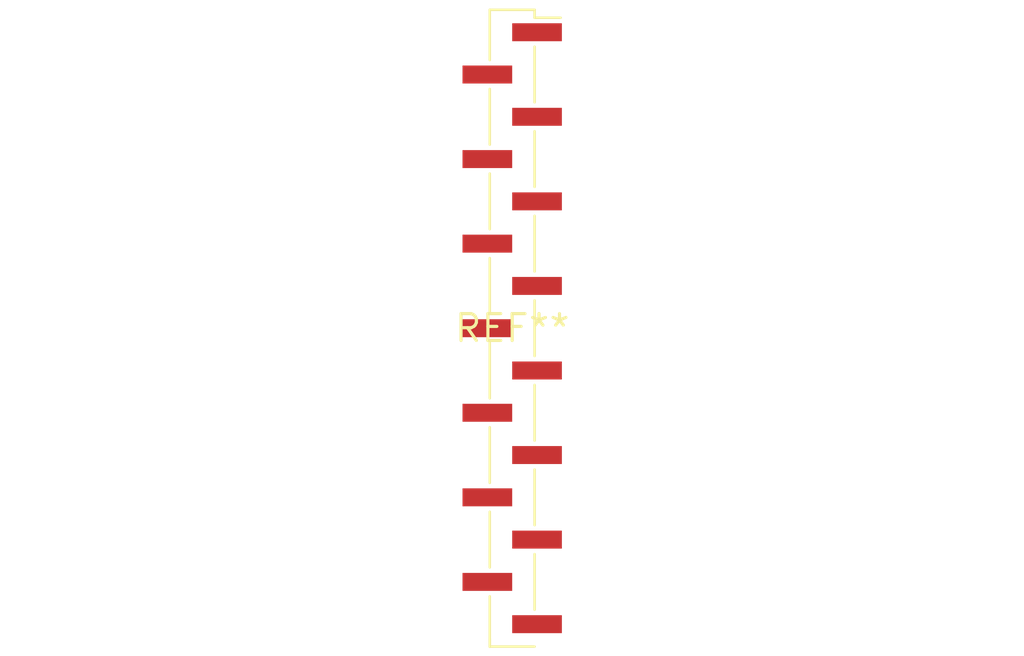
<source format=kicad_pcb>
(kicad_pcb (version 20240108) (generator pcbnew)
  (layers (0 "F.Cu" signal) (31 "B.Cu" signal) (34 "B.Paste" user) (35 "F.Paste" user) (36 "B.SilkS" user "B.Silkscreen") (37 "F.SilkS" user "F.Silkscreen") (38 "B.Mask" user) (39 "F.Mask" user) (44 "Edge.Cuts" user))
  (net 0 "")
  (footprint "PinHeader_1x15_P2.00mm_Vertical_SMD_Pin1Right" (layer "F.Cu") (at 0 0)
    (property "Reference" "REF**")
    (property "Value" "PinHeader_1x15_P2.00mm_Vertical_SMD_Pin1Right")
    (fp_line (start -1.06 -15.06) (end -1.06 -12.685) (layer "F.SilkS") (stroke (width 0.12)))
    (fp_line (start -1.06 -15.06) (end 1.06 -15.06) (layer "F.SilkS") (stroke (width 0.12)))
    (fp_line (start -1.06 -11.315) (end -1.06 -8.685) (layer "F.SilkS") (stroke (width 0.12)))
    (fp_line (start -1.06 -7.315) (end -1.06 -4.685) (layer "F.SilkS") (stroke (width 0.12)))
    (fp_line (start -1.06 -3.315) (end -1.06 -0.685) (layer "F.SilkS") (stroke (width 0.12)))
    (fp_line (start -1.06 0.685) (end -1.06 3.315) (layer "F.SilkS") (stroke (width 0.12)))
    (fp_line (start -1.06 4.685) (end -1.06 7.315) (layer "F.SilkS") (stroke (width 0.12)))
    (fp_line (start -1.06 8.685) (end -1.06 11.315) (layer "F.SilkS") (stroke (width 0.12)))
    (fp_line (start -1.06 12.685) (end -1.06 15.06) (layer "F.SilkS") (stroke (width 0.12)))
    (fp_line (start -1.06 14.685) (end -1.06 15.06) (layer "F.SilkS") (stroke (width 0.12)))
    (fp_line (start -1.06 15.06) (end 1.06 15.06) (layer "F.SilkS") (stroke (width 0.12)))
    (fp_line (start 1.06 -15.06) (end 1.06 -14.685) (layer "F.SilkS") (stroke (width 0.12)))
    (fp_line (start 1.06 -14.685) (end 2.29 -14.685) (layer "F.SilkS") (stroke (width 0.12)))
    (fp_line (start 1.06 -13.315) (end 1.06 -10.685) (layer "F.SilkS") (stroke (width 0.12)))
    (fp_line (start 1.06 -9.315) (end 1.06 -6.685) (layer "F.SilkS") (stroke (width 0.12)))
    (fp_line (start 1.06 -5.315) (end 1.06 -2.685) (layer "F.SilkS") (stroke (width 0.12)))
    (fp_line (start 1.06 -1.315) (end 1.06 1.315) (layer "F.SilkS") (stroke (width 0.12)))
    (fp_line (start 1.06 2.685) (end 1.06 5.315) (layer "F.SilkS") (stroke (width 0.12)))
    (fp_line (start 1.06 6.685) (end 1.06 9.315) (layer "F.SilkS") (stroke (width 0.12)))
    (fp_line (start 1.06 10.685) (end 1.06 13.315) (layer "F.SilkS") (stroke (width 0.12)))
    (pad "1" smd rect (at 1.175 -14) (size 2.35 0.85) (layers "F.Cu" "F.Paste" "F.Mask"))
    (pad "2" smd rect (at -1.175 -12) (size 2.35 0.85) (layers "F.Cu" "F.Paste" "F.Mask"))
    (pad "3" smd rect (at 1.175 -10) (size 2.35 0.85) (layers "F.Cu" "F.Paste" "F.Mask"))
    (pad "4" smd rect (at -1.175 -8) (size 2.35 0.85) (layers "F.Cu" "F.Paste" "F.Mask"))
    (pad "5" smd rect (at 1.175 -6) (size 2.35 0.85) (layers "F.Cu" "F.Paste" "F.Mask"))
    (pad "6" smd rect (at -1.175 -4) (size 2.35 0.85) (layers "F.Cu" "F.Paste" "F.Mask"))
    (pad "7" smd rect (at 1.175 -2) (size 2.35 0.85) (layers "F.Cu" "F.Paste" "F.Mask"))
    (pad "8" smd rect (at -1.175 0) (size 2.35 0.85) (layers "F.Cu" "F.Paste" "F.Mask"))
    (pad "9" smd rect (at 1.175 2) (size 2.35 0.85) (layers "F.Cu" "F.Paste" "F.Mask"))
    (pad "10" smd rect (at -1.175 4) (size 2.35 0.85) (layers "F.Cu" "F.Paste" "F.Mask"))
    (pad "11" smd rect (at 1.175 6) (size 2.35 0.85) (layers "F.Cu" "F.Paste" "F.Mask"))
    (pad "12" smd rect (at -1.175 8) (size 2.35 0.85) (layers "F.Cu" "F.Paste" "F.Mask"))
    (pad "13" smd rect (at 1.175 10) (size 2.35 0.85) (layers "F.Cu" "F.Paste" "F.Mask"))
    (pad "14" smd rect (at -1.175 12) (size 2.35 0.85) (layers "F.Cu" "F.Paste" "F.Mask"))
    (pad "15" smd rect (at 1.175 14) (size 2.35 0.85) (layers "F.Cu" "F.Paste" "F.Mask"))
  )
)
</source>
